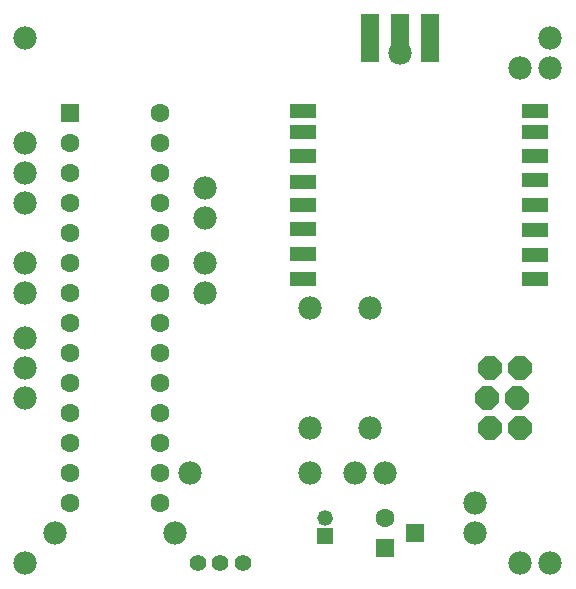
<source format=gts>
G75*
G70*
%OFA0B0*%
%FSLAX24Y24*%
%IPPOS*%
%LPD*%
%AMOC8*
5,1,8,0,0,1.08239X$1,22.5*
%
%ADD10R,0.0900X0.0460*%
%ADD11C,0.0555*%
%ADD12OC8,0.0780*%
%ADD13R,0.0640X0.1640*%
%ADD14C,0.0780*%
%ADD15R,0.0630X0.0630*%
%ADD16C,0.0630*%
%ADD17R,0.0520X0.0520*%
%ADD18C,0.0520*%
D10*
X010943Y011643D03*
X010943Y012481D03*
X010943Y013331D03*
X010943Y014118D03*
X010943Y014905D03*
X010943Y015755D03*
X010943Y016543D03*
X010943Y017268D03*
X018680Y017268D03*
X018680Y016543D03*
X018680Y015755D03*
X018680Y014968D03*
X018680Y014118D03*
X018680Y013293D03*
X018680Y012456D03*
X018680Y011668D03*
D11*
X008930Y002180D03*
X008180Y002180D03*
X007430Y002180D03*
D12*
X017080Y007680D03*
X017180Y006680D03*
X018080Y007680D03*
X018180Y006680D03*
X018180Y008680D03*
X017180Y008680D03*
D13*
X015180Y019680D03*
X014180Y019680D03*
X013180Y019680D03*
D14*
X001680Y002180D03*
X002680Y003180D03*
X006680Y003180D03*
X007180Y005180D03*
X011180Y005180D03*
X011180Y006680D03*
X012680Y005180D03*
X013680Y005180D03*
X013180Y006680D03*
X016680Y004180D03*
X016680Y003180D03*
X018180Y002180D03*
X019180Y002180D03*
X013180Y010680D03*
X011180Y010680D03*
X007680Y011180D03*
X007680Y012180D03*
X007680Y013680D03*
X007680Y014680D03*
X001680Y014180D03*
X001680Y015180D03*
X001680Y016180D03*
X001680Y019680D03*
X001680Y012180D03*
X001680Y011180D03*
X001680Y009680D03*
X001680Y008680D03*
X001680Y007680D03*
X014180Y019180D03*
X018180Y018680D03*
X019180Y018680D03*
X019180Y019680D03*
D15*
X003180Y017180D03*
X014680Y003180D03*
X013680Y002680D03*
D16*
X013680Y003680D03*
X006180Y004180D03*
X006180Y005180D03*
X006180Y006180D03*
X006180Y007180D03*
X006180Y008180D03*
X006180Y009180D03*
X006180Y010180D03*
X006180Y011180D03*
X006180Y012180D03*
X006180Y013180D03*
X006180Y014180D03*
X006180Y015180D03*
X006180Y016180D03*
X006180Y017180D03*
X003180Y016180D03*
X003180Y015180D03*
X003180Y014180D03*
X003180Y013180D03*
X003180Y012180D03*
X003180Y011180D03*
X003180Y010180D03*
X003180Y009180D03*
X003180Y008180D03*
X003180Y007180D03*
X003180Y006180D03*
X003180Y005180D03*
X003180Y004180D03*
D17*
X011680Y003090D03*
D18*
X011680Y003680D03*
M02*

</source>
